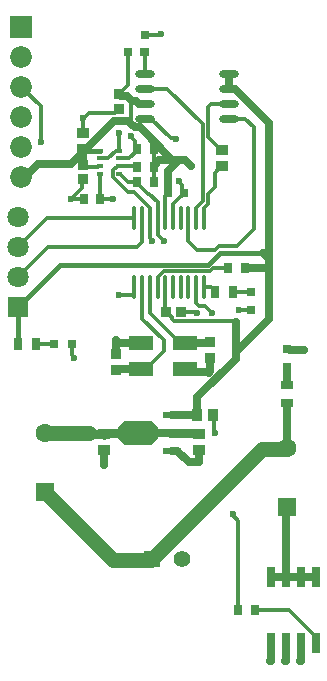
<source format=gbr>
G04*
G04 #@! TF.GenerationSoftware,Altium Limited,Altium Designer,25.7.1 (20)*
G04*
G04 Layer_Physical_Order=1*
G04 Layer_Color=255*
%FSLAX44Y44*%
%MOMM*%
G71*
G04*
G04 #@! TF.SameCoordinates,265DE244-54D5-4CCD-A973-AF3357FD315F*
G04*
G04*
G04 #@! TF.FilePolarity,Positive*
G04*
G01*
G75*
%ADD16R,0.7000X0.9000*%
%ADD17R,2.0000X1.2000*%
%ADD18R,0.9500X0.8500*%
%ADD19R,0.8000X0.8000*%
%ADD20R,0.7500X1.0000*%
G04:AMPARAMS|DCode=21|XSize=0.76mm|YSize=0.6604mm|CornerRadius=0.0825mm|HoleSize=0mm|Usage=FLASHONLY|Rotation=180.000|XOffset=0mm|YOffset=0mm|HoleType=Round|Shape=RoundedRectangle|*
%AMROUNDEDRECTD21*
21,1,0.7600,0.4953,0,0,180.0*
21,1,0.5949,0.6604,0,0,180.0*
1,1,0.1651,-0.2975,0.2477*
1,1,0.1651,0.2975,0.2477*
1,1,0.1651,0.2975,-0.2477*
1,1,0.1651,-0.2975,-0.2477*
%
%ADD21ROUNDEDRECTD21*%
G04:AMPARAMS|DCode=22|XSize=0.76mm|YSize=0.6604mm|CornerRadius=0.0825mm|HoleSize=0mm|Usage=FLASHONLY|Rotation=270.000|XOffset=0mm|YOffset=0mm|HoleType=Round|Shape=RoundedRectangle|*
%AMROUNDEDRECTD22*
21,1,0.7600,0.4953,0,0,270.0*
21,1,0.5949,0.6604,0,0,270.0*
1,1,0.1651,-0.2477,-0.2975*
1,1,0.1651,-0.2477,0.2975*
1,1,0.1651,0.2477,0.2975*
1,1,0.1651,0.2477,-0.2975*
%
%ADD22ROUNDEDRECTD22*%
%ADD23R,0.9500X0.9500*%
%ADD24R,0.5000X0.3500*%
%ADD25R,1.0000X0.9000*%
%ADD26R,0.9500X0.9500*%
%ADD27O,0.3500X2.1000*%
%ADD28R,0.6500X1.7500*%
%ADD29R,0.9000X1.0000*%
%ADD30R,1.6000X0.6000*%
%ADD31O,1.7000X0.6000*%
%ADD32R,0.8000X0.8000*%
G04:AMPARAMS|DCode=33|XSize=2mm|YSize=3.4mm|CornerRadius=0mm|HoleSize=0mm|Usage=FLASHONLY|Rotation=270.000|XOffset=0mm|YOffset=0mm|HoleType=Round|Shape=Octagon|*
%AMOCTAGOND33*
4,1,8,1.7000,0.5000,1.7000,-0.5000,1.2000,-1.0000,-1.2000,-1.0000,-1.7000,-0.5000,-1.7000,0.5000,-1.2000,1.0000,1.2000,1.0000,1.7000,0.5000,0.0*
%
%ADD33OCTAGOND33*%

%ADD34R,2.0000X0.7000*%
%ADD35R,1.0000X0.7500*%
%ADD36R,1.0500X0.9000*%
%ADD55R,1.8400X1.8400*%
%ADD56C,1.8400*%
%ADD64C,0.6350*%
%ADD65C,1.2700*%
%ADD66C,0.3048*%
%ADD67C,0.3810*%
%ADD68C,0.3302*%
%ADD69C,0.7620*%
%ADD70C,1.4000*%
%ADD71C,1.8000*%
%ADD72R,1.8000X1.8000*%
%ADD73C,1.6000*%
%ADD74R,1.6000X1.6000*%
%ADD75R,1.4000X1.4000*%
%ADD76C,0.6000*%
D16*
X1686000Y315000D02*
D03*
X1700000D02*
D03*
X1677640Y604520D02*
D03*
X1691640D02*
D03*
X1600500Y705000D02*
D03*
X1555100Y662940D02*
D03*
X1614500Y705000D02*
D03*
Y690000D02*
D03*
Y677500D02*
D03*
X1600500D02*
D03*
X1569100Y662940D02*
D03*
X1600500Y690000D02*
D03*
D17*
X1641000Y541000D02*
D03*
X1604000Y519000D02*
D03*
Y541000D02*
D03*
X1641000Y519000D02*
D03*
D18*
X1662500Y541750D02*
D03*
Y528250D02*
D03*
X1582500Y531750D02*
D03*
Y518250D02*
D03*
D19*
X1696720Y583960D02*
D03*
Y568960D02*
D03*
X1727200Y535820D02*
D03*
Y520820D02*
D03*
D20*
X1666360Y584200D02*
D03*
X1681360D02*
D03*
X1500000Y540000D02*
D03*
X1515000D02*
D03*
D21*
X1607500Y787500D02*
D03*
Y801500D02*
D03*
D22*
X1606500Y787500D02*
D03*
X1592500D02*
D03*
X1640220Y668020D02*
D03*
X1626220D02*
D03*
D23*
X1584960Y751640D02*
D03*
Y739140D02*
D03*
X1554480Y692050D02*
D03*
Y679550D02*
D03*
D24*
X1585000Y691000D02*
D03*
X1569000Y684500D02*
D03*
X1585000D02*
D03*
X1569000Y691000D02*
D03*
Y704000D02*
D03*
Y697500D02*
D03*
X1585000Y704000D02*
D03*
Y697500D02*
D03*
D25*
X1554480Y705320D02*
D03*
Y718820D02*
D03*
X1652500Y450750D02*
D03*
X1572500D02*
D03*
X1652500Y464250D02*
D03*
X1572500D02*
D03*
D26*
X1637500Y567500D02*
D03*
X1625000D02*
D03*
D27*
X1630750Y646500D02*
D03*
X1598250Y588500D02*
D03*
X1624250Y646500D02*
D03*
Y588500D02*
D03*
X1617750Y646500D02*
D03*
X1656750D02*
D03*
X1650250D02*
D03*
X1643750D02*
D03*
X1637250D02*
D03*
X1611250D02*
D03*
X1604750D02*
D03*
X1598250D02*
D03*
X1656750Y588500D02*
D03*
X1650250D02*
D03*
X1643750D02*
D03*
X1637250D02*
D03*
X1630750D02*
D03*
X1617750D02*
D03*
X1611250D02*
D03*
X1604750D02*
D03*
D28*
X1738850Y287000D02*
D03*
X1726150D02*
D03*
X1713450D02*
D03*
X1751550D02*
D03*
X1713450Y343000D02*
D03*
X1726150D02*
D03*
X1738850D02*
D03*
X1751550D02*
D03*
D29*
X1665000Y480000D02*
D03*
X1651500D02*
D03*
D30*
X1630000Y450000D02*
D03*
Y480000D02*
D03*
D31*
X1607000Y730950D02*
D03*
X1678000Y756350D02*
D03*
Y769050D02*
D03*
X1607000Y743650D02*
D03*
Y769050D02*
D03*
Y756350D02*
D03*
X1678000Y743650D02*
D03*
Y730950D02*
D03*
D32*
X1545000Y540000D02*
D03*
X1530000D02*
D03*
D33*
X1601000Y465000D02*
D03*
D34*
X1628000D02*
D03*
D35*
X1727200Y505340D02*
D03*
Y490340D02*
D03*
D36*
X1672500Y690500D02*
D03*
Y704500D02*
D03*
D55*
X1502500Y808700D02*
D03*
D56*
Y783300D02*
D03*
Y757900D02*
D03*
Y732500D02*
D03*
Y707100D02*
D03*
Y681700D02*
D03*
D64*
X1726225Y401145D02*
X1727200Y402120D01*
X1726225Y343075D02*
Y401145D01*
X1726150Y343000D02*
X1726225Y343075D01*
X1727435Y490000D02*
X1728750D01*
X1727200Y489765D02*
X1727435Y490000D01*
X1727200Y452120D02*
Y489765D01*
Y505340D02*
Y520820D01*
X1595066Y726855D02*
X1598416Y723505D01*
X1592941Y728980D02*
X1595066Y726855D01*
X1730000Y535000D02*
X1741500D01*
X1662500Y516960D02*
Y528250D01*
X1726150Y272000D02*
Y287000D01*
X1713450Y272000D02*
Y287000D01*
X1661160Y515620D02*
X1662500Y516960D01*
X1738850Y272000D02*
Y287000D01*
X1725930Y271780D02*
X1726150Y272000D01*
X1738630Y271780D02*
X1738850Y272000D01*
X1713230Y271780D02*
X1713450Y272000D01*
X1660525Y516255D02*
X1661160Y515620D01*
X1643745Y516255D02*
X1660525D01*
X1641000Y519000D02*
X1643745Y516255D01*
X1644650Y440000D02*
X1652500D01*
X1634650Y450000D02*
X1644650Y440000D01*
X1652500D02*
Y450750D01*
X1630000Y450000D02*
X1634650D01*
X1582420Y543560D02*
X1584980Y541000D01*
X1582420Y543560D02*
X1582500Y543480D01*
X1584980Y541000D02*
X1604000D01*
X1582500Y531750D02*
Y543480D01*
X1572500Y437500D02*
Y450750D01*
X1678000Y756350D02*
X1683150D01*
X1678000D02*
Y769050D01*
X1683150Y756350D02*
X1711960Y727540D01*
X1706880Y617220D02*
X1711960Y612140D01*
X1640930Y695870D02*
X1645920Y690880D01*
X1635670Y695870D02*
X1640930D01*
X1630150D02*
X1635670D01*
X1626220Y686420D02*
X1635670Y695870D01*
X1626220Y668020D02*
Y686420D01*
X1711960Y604520D02*
Y612140D01*
Y727540D01*
Y561340D02*
Y604520D01*
X1691640D02*
X1711960D01*
X1684020Y533400D02*
Y558800D01*
Y527704D02*
Y533400D01*
X1711960Y561340D01*
X1651500Y495184D02*
X1684020Y527704D01*
X1651500Y480000D02*
Y495184D01*
X1630000Y480000D02*
X1651500D01*
X1601850Y743650D02*
X1607000D01*
X1599854Y745646D02*
X1601850Y743650D01*
X1591815Y750065D02*
X1596234Y745646D01*
X1599854D01*
X1619370Y695870D02*
X1630150D01*
X1598416Y723505D02*
X1602515D01*
X1630150Y695870D01*
X1586535Y750065D02*
X1591815D01*
X1584960Y751640D02*
X1586535Y750065D01*
X1581250Y728980D02*
X1592941D01*
X1556435Y704165D02*
X1581250Y728980D01*
X1614500Y691000D02*
X1619370Y695870D01*
X1554480Y692050D02*
Y705320D01*
X1544820Y692550D02*
X1556435Y704165D01*
X1516611Y692550D02*
X1544320D01*
X1505761Y681700D02*
X1516611Y692550D01*
X1502500Y681700D02*
X1505761D01*
X1662125Y541375D02*
X1662500Y541750D01*
X1641375Y541375D02*
X1662125D01*
X1641000Y541000D02*
X1641375Y541375D01*
X1582500Y518250D02*
X1582875Y518625D01*
X1603625D01*
X1604000Y519000D01*
X1726150Y343000D02*
X1738850D01*
X1751550D01*
X1713450D02*
X1726150D01*
D65*
X1613100Y358140D02*
X1706449Y451489D01*
X1726569D02*
X1727200Y452120D01*
X1706449Y451489D02*
X1726569D01*
X1522500Y415000D02*
X1580010Y357490D01*
X1612450D01*
X1522500Y465000D02*
X1560000D01*
D66*
X1554480Y718820D02*
Y731520D01*
X1595706Y728550D02*
Y746174D01*
X1596234Y725687D02*
Y728022D01*
X1595706Y728550D02*
X1596234Y728022D01*
X1607000Y769050D02*
X1607500Y769550D01*
Y787500D01*
X1502500Y757900D02*
X1518920Y741480D01*
Y711200D02*
Y741480D01*
X1665675Y465385D02*
X1666240Y464820D01*
X1665675Y465385D02*
Y479325D01*
X1665000Y480000D02*
X1665675Y479325D01*
X1595120Y715481D02*
X1598524Y712077D01*
Y706976D02*
Y712077D01*
X1595120Y715481D02*
Y716280D01*
X1594000Y697500D02*
X1600500Y704000D01*
X1598524Y706976D02*
X1600500Y705000D01*
Y704000D02*
Y705000D01*
X1585000Y697500D02*
X1594000D01*
X1686560Y568960D02*
X1696720D01*
X1637500Y567500D02*
X1649121D01*
X1650201Y566420D02*
X1651000D01*
X1649121Y567500D02*
X1650201Y566420D01*
X1635760Y677381D02*
Y678180D01*
X1638442Y669798D02*
Y674699D01*
X1635760Y677381D02*
X1638442Y674699D01*
X1632655Y714305D02*
X1633220Y713740D01*
X1629145Y714305D02*
X1632655D01*
X1640220Y667522D02*
Y668020D01*
X1638442Y669798D02*
X1640220Y668020D01*
X1638442Y665744D02*
X1640220Y667522D01*
X1637944Y665744D02*
X1638442D01*
X1630750Y658550D02*
X1637944Y665744D01*
X1630750Y646500D02*
Y658550D01*
X1619721Y802640D02*
X1620520D01*
X1607500Y801500D02*
X1618581D01*
X1619721Y802640D01*
X1607000Y730950D02*
X1612500D01*
X1584960Y718820D02*
X1584980Y718800D01*
X1612500Y730950D02*
X1629145Y714305D01*
X1584980Y704020D02*
Y718800D01*
X1584734Y703774D02*
X1584980Y704020D01*
X1581734Y735914D02*
X1584960Y739140D01*
X1559673Y735914D02*
X1581734D01*
X1555279Y731520D02*
X1559673Y735914D01*
X1554480Y731520D02*
X1555279D01*
X1582346Y703774D02*
X1584734D01*
X1576072Y697500D02*
X1582346Y703774D01*
X1569000Y697500D02*
X1576072D01*
X1553794Y676324D02*
X1557020Y679550D01*
X1598041Y581660D02*
X1598250Y581869D01*
Y588500D01*
X1584960Y581660D02*
X1598041D01*
X1553794Y672414D02*
Y676324D01*
X1544320Y662940D02*
X1555100D01*
X1544320D02*
X1553794Y672414D01*
X1546860Y528320D02*
Y529119D01*
X1545000Y530979D02*
X1546860Y529119D01*
X1545000Y530979D02*
Y540000D01*
X1626220Y667522D02*
Y668020D01*
X1624250Y646500D02*
Y665552D01*
X1626220Y667522D01*
X1614500Y691000D02*
Y705000D01*
X1592500Y759180D02*
Y787500D01*
X1584960Y751640D02*
X1592500Y759180D01*
X1614500Y690000D02*
Y691000D01*
X1568774Y690774D02*
X1569000Y691000D01*
X1567665Y690415D02*
X1568024Y690774D01*
X1614500Y676500D02*
Y677500D01*
Y690000D01*
X1568024Y690774D02*
X1568774D01*
X1556115Y690415D02*
X1567665D01*
X1554480Y692050D02*
X1556115Y690415D01*
X1610613Y667387D02*
X1617750Y660250D01*
X1609613Y667387D02*
X1610613D01*
X1617750Y646500D02*
Y660250D01*
X1600500Y676500D02*
Y677500D01*
Y676500D02*
X1609613Y667387D01*
X1617750Y632690D02*
X1623060Y627380D01*
X1617750Y632690D02*
Y646500D01*
X1585000Y684500D02*
X1585750D01*
X1590273Y679655D02*
X1592428Y677500D01*
X1600500D01*
X1585750Y684500D02*
X1590273Y679977D01*
Y679655D02*
Y679977D01*
X1569000Y684500D02*
X1569050Y684450D01*
X1569100Y662940D02*
X1579880D01*
X1569050Y668070D02*
X1569100Y668020D01*
X1569050Y668070D02*
Y684450D01*
X1666360Y584200D02*
Y585450D01*
X1663310Y588500D02*
X1666360Y585450D01*
X1656750Y588500D02*
X1663310D01*
X1681600Y583960D02*
X1696720D01*
X1681360Y584200D02*
X1681600Y583960D01*
X1686280Y315280D02*
Y390641D01*
X1681480Y395441D02*
Y396240D01*
Y395441D02*
X1686280Y390641D01*
X1686000Y315000D02*
X1686280Y315280D01*
X1657906Y572214D02*
X1663700Y566420D01*
X1652826Y572214D02*
X1657906D01*
X1650250Y574790D02*
X1652826Y572214D01*
X1650250Y574790D02*
Y588500D01*
X1751550Y287000D02*
Y292500D01*
X1729050Y315000D02*
X1751550Y292500D01*
X1700000Y315000D02*
X1729050D01*
X1612900Y627380D02*
Y628179D01*
X1611250Y629829D02*
X1612900Y628179D01*
X1611250Y629829D02*
Y646500D01*
X1626170Y756350D02*
X1656080Y726440D01*
Y661006D02*
Y726440D01*
X1607000Y756350D02*
X1626170D01*
X1660398Y715852D02*
X1671750Y704500D01*
X1660398Y715852D02*
Y740918D01*
X1663130Y743650D01*
X1611250Y646500D02*
Y655250D01*
X1598023Y668477D02*
X1611250Y655250D01*
X1592822Y668477D02*
X1598023D01*
X1579706Y681593D02*
X1592822Y668477D01*
X1579706Y681593D02*
Y687407D01*
X1581343Y689044D01*
X1582294D01*
X1584250Y691000D01*
X1585000D01*
X1622861Y602361D02*
X1662199D01*
X1664358Y604520D02*
X1677640D01*
X1617750Y597250D02*
X1622861Y602361D01*
X1662199D02*
X1664358Y604520D01*
X1669736Y623189D02*
X1684909D01*
X1699260Y637540D01*
X1651068Y619692D02*
X1666240D01*
X1669736Y623189D01*
X1617750Y588500D02*
Y597250D01*
X1650250Y655176D02*
X1656080Y661006D01*
X1660398Y659020D02*
Y667258D01*
X1656750Y655372D02*
X1660398Y659020D01*
X1656750Y646500D02*
Y655372D01*
X1650250Y646500D02*
Y655176D01*
X1660398Y667258D02*
X1666240Y673100D01*
X1643750Y627010D02*
X1651068Y619692D01*
X1643750Y627010D02*
Y646500D01*
X1699260Y637540D02*
Y723900D01*
X1599726Y690774D02*
X1600500Y690000D01*
X1585226Y690774D02*
X1599726D01*
X1585000Y691000D02*
X1585226Y690774D01*
X1671750Y704500D02*
X1672500D01*
X1663130Y743650D02*
X1678000D01*
X1666240Y684990D02*
X1671750Y690500D01*
X1666240Y673100D02*
Y684990D01*
X1671750Y690500D02*
X1672500D01*
X1678000Y730950D02*
X1692210D01*
X1699260Y723900D01*
X1515000Y540000D02*
X1530000D01*
X1600200Y622300D02*
X1604750Y626850D01*
X1525000Y622300D02*
X1600200D01*
X1500000Y597300D02*
X1525000Y622300D01*
X1604750Y626850D02*
Y646500D01*
X1500000Y622700D02*
X1523800Y646500D01*
X1598250D01*
X1604750Y561690D02*
Y588500D01*
Y561690D02*
X1623060Y543380D01*
Y534060D02*
Y543380D01*
X1608000Y519000D02*
X1623060Y534060D01*
X1604000Y519000D02*
X1608000D01*
X1637000Y541000D02*
X1641000D01*
X1611250Y566750D02*
X1637000Y541000D01*
X1611250Y566750D02*
Y588500D01*
D67*
X1670413Y617220D02*
X1706880D01*
X1660253Y607060D02*
X1670413Y617220D01*
X1556600Y704000D02*
X1569000D01*
X1556435Y704165D02*
X1556600Y704000D01*
X1535160Y607060D02*
X1660253D01*
X1500000Y571900D02*
X1535160Y607060D01*
X1500000Y540000D02*
Y571900D01*
D68*
X1682991Y559829D02*
X1684020Y558800D01*
X1631540Y559829D02*
X1682991D01*
X1624288Y568212D02*
X1625000Y567500D01*
X1624288Y568212D02*
Y588462D01*
X1625000Y567500D02*
X1629829Y562671D01*
X1624250Y588500D02*
X1624288Y588462D01*
X1629829Y561540D02*
X1631540Y559829D01*
X1629829Y561540D02*
Y562671D01*
D69*
X1628000Y465000D02*
X1649500D01*
X1575880D02*
X1601000D01*
X1575070Y464190D02*
X1575880Y465000D01*
X1573190Y464190D02*
X1575070D01*
X1572500Y463500D02*
X1573190Y464190D01*
X1571810D02*
X1572500Y463500D01*
X1560810Y464190D02*
X1571810D01*
X1560000Y465000D02*
X1560810Y464190D01*
D70*
X1638100Y358140D02*
D03*
D71*
X1500000Y648100D02*
D03*
Y622700D02*
D03*
Y597300D02*
D03*
D72*
Y571900D02*
D03*
D73*
X1727200Y452120D02*
D03*
X1522500Y465000D02*
D03*
D74*
X1727200Y402120D02*
D03*
X1522500Y415000D02*
D03*
D75*
X1613100Y358140D02*
D03*
D76*
X1554480Y731520D02*
D03*
X1518920Y711200D02*
D03*
X1666240Y464820D02*
D03*
X1595120Y716280D02*
D03*
X1686560Y568960D02*
D03*
X1651000Y566420D02*
D03*
X1741500Y535000D02*
D03*
X1635760Y678180D02*
D03*
X1633220Y713740D02*
D03*
X1738630Y271780D02*
D03*
X1713230D02*
D03*
X1725930D02*
D03*
X1661160Y515620D02*
D03*
X1652500Y440000D02*
D03*
X1620520Y802640D02*
D03*
X1584960Y718820D02*
D03*
Y581660D02*
D03*
X1582420Y543560D02*
D03*
X1572500Y437500D02*
D03*
X1544320Y662940D02*
D03*
X1546860Y528320D02*
D03*
X1706880Y617220D02*
D03*
X1645920Y690880D02*
D03*
X1623060Y627380D02*
D03*
X1579880Y662940D02*
D03*
X1681480Y396240D02*
D03*
X1663700Y566420D02*
D03*
X1612900Y627380D02*
D03*
M02*

</source>
